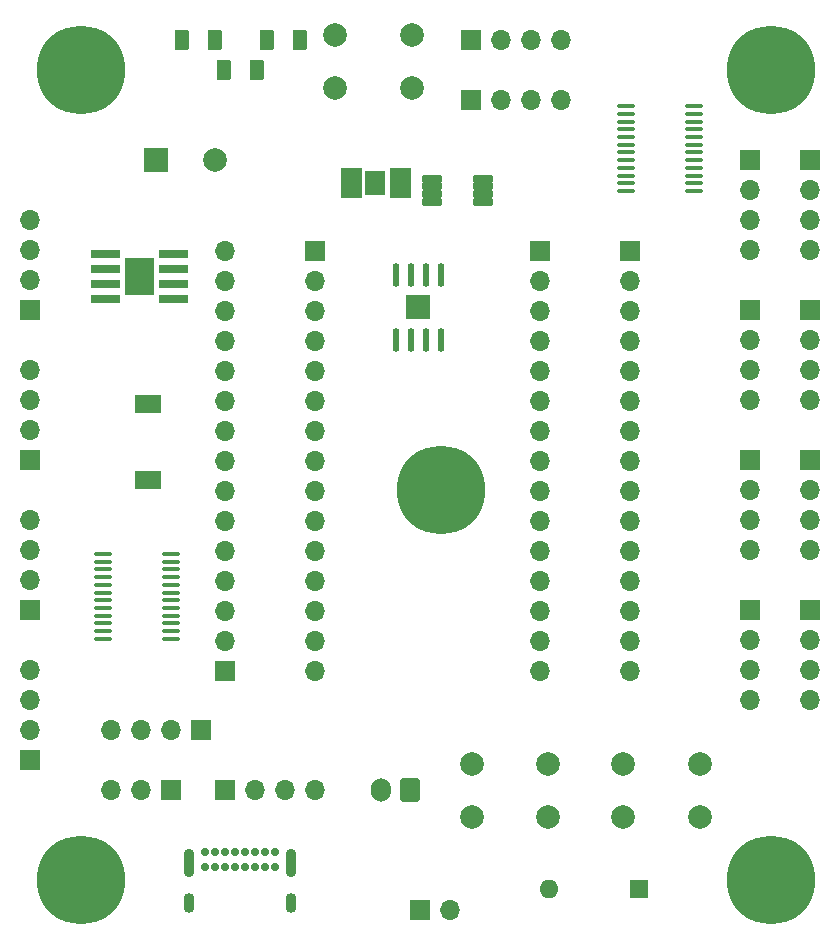
<source format=gbr>
%TF.GenerationSoftware,KiCad,Pcbnew,8.0.7*%
%TF.CreationDate,2025-01-25T22:31:14-05:00*%
%TF.ProjectId,shadow,73686164-6f77-42e6-9b69-6361645f7063,rev?*%
%TF.SameCoordinates,Original*%
%TF.FileFunction,Soldermask,Top*%
%TF.FilePolarity,Negative*%
%FSLAX46Y46*%
G04 Gerber Fmt 4.6, Leading zero omitted, Abs format (unit mm)*
G04 Created by KiCad (PCBNEW 8.0.7) date 2025-01-25 22:31:14*
%MOMM*%
%LPD*%
G01*
G04 APERTURE LIST*
G04 Aperture macros list*
%AMRoundRect*
0 Rectangle with rounded corners*
0 $1 Rounding radius*
0 $2 $3 $4 $5 $6 $7 $8 $9 X,Y pos of 4 corners*
0 Add a 4 corners polygon primitive as box body*
4,1,4,$2,$3,$4,$5,$6,$7,$8,$9,$2,$3,0*
0 Add four circle primitives for the rounded corners*
1,1,$1+$1,$2,$3*
1,1,$1+$1,$4,$5*
1,1,$1+$1,$6,$7*
1,1,$1+$1,$8,$9*
0 Add four rect primitives between the rounded corners*
20,1,$1+$1,$2,$3,$4,$5,0*
20,1,$1+$1,$4,$5,$6,$7,0*
20,1,$1+$1,$6,$7,$8,$9,0*
20,1,$1+$1,$8,$9,$2,$3,0*%
G04 Aperture macros list end*
%ADD10C,0.010000*%
%ADD11RoundRect,0.250000X-0.375000X-0.625000X0.375000X-0.625000X0.375000X0.625000X-0.375000X0.625000X0*%
%ADD12R,1.700000X1.700000*%
%ADD13O,1.700000X1.700000*%
%ADD14RoundRect,0.250000X0.600000X0.750000X-0.600000X0.750000X-0.600000X-0.750000X0.600000X-0.750000X0*%
%ADD15O,1.700000X2.000000*%
%ADD16R,2.200000X1.500000*%
%ADD17O,0.574000X2.038000*%
%ADD18R,2.000000X2.000000*%
%ADD19C,2.000000*%
%ADD20RoundRect,0.100000X-0.637500X-0.100000X0.637500X-0.100000X0.637500X0.100000X-0.637500X0.100000X0*%
%ADD21C,7.500000*%
%ADD22RoundRect,0.102000X-0.785000X-0.940000X0.785000X-0.940000X0.785000X0.940000X-0.785000X0.940000X0*%
%ADD23R,1.600000X1.600000*%
%ADD24O,1.600000X1.600000*%
%ADD25C,0.700000*%
%ADD26O,0.900000X2.400000*%
%ADD27O,0.900000X1.700000*%
%ADD28RoundRect,0.085500X-0.751500X-0.256500X0.751500X-0.256500X0.751500X0.256500X-0.751500X0.256500X0*%
G04 APERTURE END LIST*
D10*
%TO.C,U3*%
X127840000Y-62065000D02*
X126140000Y-62065000D01*
X126140000Y-61665000D01*
X127840000Y-61665000D01*
X127840000Y-62065000D01*
G36*
X127840000Y-62065000D02*
G01*
X126140000Y-62065000D01*
X126140000Y-61665000D01*
X127840000Y-61665000D01*
X127840000Y-62065000D01*
G37*
X127840000Y-62565000D02*
X126140000Y-62565000D01*
X126140000Y-62165000D01*
X127840000Y-62165000D01*
X127840000Y-62565000D01*
G36*
X127840000Y-62565000D02*
G01*
X126140000Y-62565000D01*
X126140000Y-62165000D01*
X127840000Y-62165000D01*
X127840000Y-62565000D01*
G37*
X127840000Y-63065000D02*
X126140000Y-63065000D01*
X126140000Y-62665000D01*
X127840000Y-62665000D01*
X127840000Y-63065000D01*
G36*
X127840000Y-63065000D02*
G01*
X126140000Y-63065000D01*
X126140000Y-62665000D01*
X127840000Y-62665000D01*
X127840000Y-63065000D01*
G37*
X127840000Y-63565000D02*
X126140000Y-63565000D01*
X126140000Y-63165000D01*
X127840000Y-63165000D01*
X127840000Y-63565000D01*
G36*
X127840000Y-63565000D02*
G01*
X126140000Y-63565000D01*
X126140000Y-63165000D01*
X127840000Y-63165000D01*
X127840000Y-63565000D01*
G37*
X127840000Y-64065000D02*
X126140000Y-64065000D01*
X126140000Y-63665000D01*
X127840000Y-63665000D01*
X127840000Y-64065000D01*
G36*
X127840000Y-64065000D02*
G01*
X126140000Y-64065000D01*
X126140000Y-63665000D01*
X127840000Y-63665000D01*
X127840000Y-64065000D01*
G37*
X132040000Y-62065000D02*
X130340000Y-62065000D01*
X130340000Y-61665000D01*
X132040000Y-61665000D01*
X132040000Y-62065000D01*
G36*
X132040000Y-62065000D02*
G01*
X130340000Y-62065000D01*
X130340000Y-61665000D01*
X132040000Y-61665000D01*
X132040000Y-62065000D01*
G37*
X132040000Y-62565000D02*
X130340000Y-62565000D01*
X130340000Y-62165000D01*
X132040000Y-62165000D01*
X132040000Y-62565000D01*
G36*
X132040000Y-62565000D02*
G01*
X130340000Y-62565000D01*
X130340000Y-62165000D01*
X132040000Y-62165000D01*
X132040000Y-62565000D01*
G37*
X132040000Y-63065000D02*
X130340000Y-63065000D01*
X130340000Y-62665000D01*
X132040000Y-62665000D01*
X132040000Y-63065000D01*
G36*
X132040000Y-63065000D02*
G01*
X130340000Y-63065000D01*
X130340000Y-62665000D01*
X132040000Y-62665000D01*
X132040000Y-63065000D01*
G37*
X132040000Y-63565000D02*
X130340000Y-63565000D01*
X130340000Y-63165000D01*
X132040000Y-63165000D01*
X132040000Y-63565000D01*
G36*
X132040000Y-63565000D02*
G01*
X130340000Y-63565000D01*
X130340000Y-63165000D01*
X132040000Y-63165000D01*
X132040000Y-63565000D01*
G37*
X132040000Y-64065000D02*
X130340000Y-64065000D01*
X130340000Y-63665000D01*
X132040000Y-63665000D01*
X132040000Y-64065000D01*
G36*
X132040000Y-64065000D02*
G01*
X130340000Y-64065000D01*
X130340000Y-63665000D01*
X132040000Y-63665000D01*
X132040000Y-64065000D01*
G37*
%TO.C,U5*%
X107383200Y-69179400D02*
X105043200Y-69179400D01*
X105043200Y-68539400D01*
X107383200Y-68539400D01*
X107383200Y-69179400D01*
G36*
X107383200Y-69179400D02*
G01*
X105043200Y-69179400D01*
X105043200Y-68539400D01*
X107383200Y-68539400D01*
X107383200Y-69179400D01*
G37*
X107383200Y-70449400D02*
X105043200Y-70449400D01*
X105043200Y-69809400D01*
X107383200Y-69809400D01*
X107383200Y-70449400D01*
G36*
X107383200Y-70449400D02*
G01*
X105043200Y-70449400D01*
X105043200Y-69809400D01*
X107383200Y-69809400D01*
X107383200Y-70449400D01*
G37*
X107383200Y-71719400D02*
X105043200Y-71719400D01*
X105043200Y-71079400D01*
X107383200Y-71079400D01*
X107383200Y-71719400D01*
G36*
X107383200Y-71719400D02*
G01*
X105043200Y-71719400D01*
X105043200Y-71079400D01*
X107383200Y-71079400D01*
X107383200Y-71719400D01*
G37*
X107383200Y-72989400D02*
X105043200Y-72989400D01*
X105043200Y-72349400D01*
X107383200Y-72349400D01*
X107383200Y-72989400D01*
G36*
X107383200Y-72989400D02*
G01*
X105043200Y-72989400D01*
X105043200Y-72349400D01*
X107383200Y-72349400D01*
X107383200Y-72989400D01*
G37*
X110288200Y-72314400D02*
X107888200Y-72314400D01*
X107888200Y-69214400D01*
X110288200Y-69214400D01*
X110288200Y-72314400D01*
G36*
X110288200Y-72314400D02*
G01*
X107888200Y-72314400D01*
X107888200Y-69214400D01*
X110288200Y-69214400D01*
X110288200Y-72314400D01*
G37*
X113133200Y-69179400D02*
X110793200Y-69179400D01*
X110793200Y-68539400D01*
X113133200Y-68539400D01*
X113133200Y-69179400D01*
G36*
X113133200Y-69179400D02*
G01*
X110793200Y-69179400D01*
X110793200Y-68539400D01*
X113133200Y-68539400D01*
X113133200Y-69179400D01*
G37*
X113133200Y-70449400D02*
X110793200Y-70449400D01*
X110793200Y-69809400D01*
X113133200Y-69809400D01*
X113133200Y-70449400D01*
G36*
X113133200Y-70449400D02*
G01*
X110793200Y-70449400D01*
X110793200Y-69809400D01*
X113133200Y-69809400D01*
X113133200Y-70449400D01*
G37*
X113133200Y-71719400D02*
X110793200Y-71719400D01*
X110793200Y-71079400D01*
X113133200Y-71079400D01*
X113133200Y-71719400D01*
G36*
X113133200Y-71719400D02*
G01*
X110793200Y-71719400D01*
X110793200Y-71079400D01*
X113133200Y-71079400D01*
X113133200Y-71719400D01*
G37*
X113133200Y-72989400D02*
X110793200Y-72989400D01*
X110793200Y-72349400D01*
X113133200Y-72349400D01*
X113133200Y-72989400D01*
G36*
X113133200Y-72989400D02*
G01*
X110793200Y-72989400D01*
X110793200Y-72349400D01*
X113133200Y-72349400D01*
X113133200Y-72989400D01*
G37*
%TD*%
D11*
%TO.C,PG1*%
X112687000Y-50800000D03*
X115487000Y-50800000D03*
%TD*%
D12*
%TO.C,I2C_PINOUT7*%
X165862000Y-99060000D03*
D13*
X165862000Y-101600000D03*
X165862000Y-104140000D03*
X165862000Y-106680000D03*
%TD*%
D12*
%TO.C,I2C_PINOUT9*%
X99847000Y-86360000D03*
D13*
X99847000Y-83820000D03*
X99847000Y-81280000D03*
X99847000Y-78740000D03*
%TD*%
D14*
%TO.C,BATT_JST1*%
X132040000Y-114300000D03*
D15*
X129540000Y-114300000D03*
%TD*%
D12*
%TO.C,I2C_PINOUT10*%
X99847000Y-99060000D03*
D13*
X99847000Y-96520000D03*
X99847000Y-93980000D03*
X99847000Y-91440000D03*
%TD*%
D12*
%TO.C,I2C_PINOUT8*%
X99847000Y-73660000D03*
D13*
X99847000Y-71120000D03*
X99847000Y-68580000D03*
X99847000Y-66040000D03*
%TD*%
D12*
%TO.C,I2C_PINOUT0*%
X160782000Y-60960000D03*
D13*
X160782000Y-63500000D03*
X160782000Y-66040000D03*
X160782000Y-68580000D03*
%TD*%
D12*
%TO.C,I2C_PINOUT12*%
X114300000Y-109220000D03*
D13*
X111760000Y-109220000D03*
X109220000Y-109220000D03*
X106680000Y-109220000D03*
%TD*%
D16*
%TO.C,L1*%
X109829600Y-88010600D03*
X109829600Y-81610600D03*
%TD*%
D12*
%TO.C,UART1*%
X111760000Y-114300000D03*
D13*
X109220000Y-114300000D03*
X106680000Y-114300000D03*
%TD*%
D12*
%TO.C,I2C_PINOUT2*%
X160782000Y-86360000D03*
D13*
X160782000Y-88900000D03*
X160782000Y-91440000D03*
X160782000Y-93980000D03*
%TD*%
D17*
%TO.C,IC2*%
X130810000Y-76200000D03*
X132080000Y-76200000D03*
X133350000Y-76200000D03*
X134620000Y-76200000D03*
X134620000Y-70662000D03*
X133350000Y-70662000D03*
X132080000Y-70662000D03*
X130810000Y-70662000D03*
D18*
X132715000Y-73431000D03*
%TD*%
D19*
%TO.C,SW2*%
X150087000Y-112050000D03*
X156587000Y-112050000D03*
X150087000Y-116550000D03*
X156587000Y-116550000D03*
%TD*%
D20*
%TO.C,U2*%
X150324500Y-56410000D03*
X150324500Y-57060000D03*
X150324500Y-57710000D03*
X150324500Y-58360000D03*
X150324500Y-59010000D03*
X150324500Y-59660000D03*
X150324500Y-60310000D03*
X150324500Y-60960000D03*
X150324500Y-61610000D03*
X150324500Y-62260000D03*
X150324500Y-62910000D03*
X150324500Y-63560000D03*
X156049500Y-63560000D03*
X156049500Y-62910000D03*
X156049500Y-62260000D03*
X156049500Y-61610000D03*
X156049500Y-60960000D03*
X156049500Y-60310000D03*
X156049500Y-59660000D03*
X156049500Y-59010000D03*
X156049500Y-58360000D03*
X156049500Y-57710000D03*
X156049500Y-57060000D03*
X156049500Y-56410000D03*
%TD*%
D12*
%TO.C,PICO_R1*%
X143027000Y-68610000D03*
D13*
X143027000Y-71150000D03*
X143027000Y-73690000D03*
X143027000Y-76230000D03*
X143027000Y-78770000D03*
X143027000Y-81310000D03*
X143027000Y-83850000D03*
X143027000Y-86390000D03*
X143027000Y-88930000D03*
X143027000Y-91470000D03*
X143027000Y-94010000D03*
X143027000Y-96550000D03*
X143027000Y-99090000D03*
X143027000Y-101630000D03*
X143027000Y-104170000D03*
%TD*%
D19*
%TO.C,RST_SW1*%
X125680000Y-50328000D03*
X132180000Y-50328000D03*
X125680000Y-54828000D03*
X132180000Y-54828000D03*
%TD*%
D21*
%TO.C,H4*%
X104140000Y-121920000D03*
%TD*%
D12*
%TO.C,OLED_CONN1*%
X116367000Y-114300000D03*
D13*
X118907000Y-114300000D03*
X121447000Y-114300000D03*
X123987000Y-114300000D03*
%TD*%
D21*
%TO.C,H5*%
X162560000Y-121920000D03*
%TD*%
D20*
%TO.C,U1*%
X106052700Y-94316600D03*
X106052700Y-94966600D03*
X106052700Y-95616600D03*
X106052700Y-96266600D03*
X106052700Y-96916600D03*
X106052700Y-97566600D03*
X106052700Y-98216600D03*
X106052700Y-98866600D03*
X106052700Y-99516600D03*
X106052700Y-100166600D03*
X106052700Y-100816600D03*
X106052700Y-101466600D03*
X111777700Y-101466600D03*
X111777700Y-100816600D03*
X111777700Y-100166600D03*
X111777700Y-99516600D03*
X111777700Y-98866600D03*
X111777700Y-98216600D03*
X111777700Y-97566600D03*
X111777700Y-96916600D03*
X111777700Y-96266600D03*
X111777700Y-95616600D03*
X111777700Y-94966600D03*
X111777700Y-94316600D03*
%TD*%
D12*
%TO.C,I2C_PINOUT5*%
X165862000Y-73660000D03*
D13*
X165862000Y-76200000D03*
X165862000Y-78740000D03*
X165862000Y-81280000D03*
%TD*%
D12*
%TO.C,I2C_PINOUT6*%
X165862000Y-86360000D03*
D13*
X165862000Y-88900000D03*
X165862000Y-91440000D03*
X165862000Y-93980000D03*
%TD*%
D22*
%TO.C,U3*%
X129090000Y-62865000D03*
%TD*%
D12*
%TO.C,MOTOR_CONN1*%
X132867000Y-124460000D03*
D13*
X135407000Y-124460000D03*
%TD*%
D19*
%TO.C,SW1*%
X137237000Y-112050000D03*
X143737000Y-112050000D03*
X137237000Y-116550000D03*
X143737000Y-116550000D03*
%TD*%
D21*
%TO.C,H1*%
X104140000Y-53340000D03*
%TD*%
D12*
%TO.C,US1*%
X137160000Y-55855000D03*
D13*
X139700000Y-55855000D03*
X142240000Y-55855000D03*
X144780000Y-55855000D03*
%TD*%
D23*
%TO.C,SW3*%
X151384000Y-122682000D03*
D24*
X143764000Y-122682000D03*
%TD*%
D25*
%TO.C,J1*%
X114627000Y-119495200D03*
X115477000Y-119495200D03*
X116327000Y-119495200D03*
X117177000Y-119495200D03*
X118027000Y-119495200D03*
X118877000Y-119495200D03*
X119727000Y-119495200D03*
X120577000Y-119495200D03*
X120577000Y-120845200D03*
X119727000Y-120845200D03*
X118877000Y-120845200D03*
X118027000Y-120845200D03*
X117177000Y-120845200D03*
X116327000Y-120845200D03*
X115477000Y-120845200D03*
X114627000Y-120845200D03*
D26*
X113277000Y-120475200D03*
D27*
X113277000Y-123855200D03*
D26*
X121927000Y-120475200D03*
D27*
X121927000Y-123855200D03*
%TD*%
D12*
%TO.C,GPIO_L1*%
X116357000Y-104170000D03*
D13*
X116357000Y-101630000D03*
X116357000Y-99090000D03*
X116357000Y-96550000D03*
X116357000Y-94010000D03*
X116357000Y-91470000D03*
X116357000Y-88930000D03*
X116357000Y-86390000D03*
X116357000Y-83850000D03*
X116357000Y-81310000D03*
X116357000Y-78770000D03*
X116357000Y-76230000D03*
X116357000Y-73690000D03*
X116357000Y-71150000D03*
X116357000Y-68610000D03*
%TD*%
D12*
%TO.C,I2C_PINOUT4*%
X165862000Y-60960000D03*
D13*
X165862000Y-63500000D03*
X165862000Y-66040000D03*
X165862000Y-68580000D03*
%TD*%
D21*
%TO.C,H3*%
X134620000Y-88900000D03*
%TD*%
D11*
%TO.C,12V1*%
X116227000Y-53340000D03*
X119027000Y-53340000D03*
%TD*%
D12*
%TO.C,I2C_PINOUT1*%
X160807000Y-73660000D03*
D13*
X160807000Y-76200000D03*
X160807000Y-78740000D03*
X160807000Y-81280000D03*
%TD*%
D12*
%TO.C,PICO_L1*%
X123977000Y-68610000D03*
D13*
X123977000Y-71150000D03*
X123977000Y-73690000D03*
X123977000Y-76230000D03*
X123977000Y-78770000D03*
X123977000Y-81310000D03*
X123977000Y-83850000D03*
X123977000Y-86390000D03*
X123977000Y-88930000D03*
X123977000Y-91470000D03*
X123977000Y-94010000D03*
X123977000Y-96550000D03*
X123977000Y-99090000D03*
X123977000Y-101630000D03*
X123977000Y-104170000D03*
%TD*%
D21*
%TO.C,H2*%
X162560000Y-53340000D03*
%TD*%
D12*
%TO.C,I2C_PINOUT11*%
X99847000Y-111760000D03*
D13*
X99847000Y-109220000D03*
X99847000Y-106680000D03*
X99847000Y-104140000D03*
%TD*%
D28*
%TO.C,U4*%
X133892000Y-62525000D03*
X133892000Y-63175000D03*
X133892000Y-63825000D03*
X133892000Y-64475000D03*
X138192000Y-64475000D03*
X138192000Y-63825000D03*
X138192000Y-63175000D03*
X138192000Y-62525000D03*
%TD*%
D12*
%TO.C,GPIO_R1*%
X150647000Y-68610000D03*
D13*
X150647000Y-71150000D03*
X150647000Y-73690000D03*
X150647000Y-76230000D03*
X150647000Y-78770000D03*
X150647000Y-81310000D03*
X150647000Y-83850000D03*
X150647000Y-86390000D03*
X150647000Y-88930000D03*
X150647000Y-91470000D03*
X150647000Y-94010000D03*
X150647000Y-96550000D03*
X150647000Y-99090000D03*
X150647000Y-101630000D03*
X150647000Y-104170000D03*
%TD*%
D11*
%TO.C,CHG1*%
X119907000Y-50800000D03*
X122707000Y-50800000D03*
%TD*%
D12*
%TO.C,I2C_PINOUT3*%
X160782000Y-99060000D03*
D13*
X160782000Y-101600000D03*
X160782000Y-104140000D03*
X160782000Y-106680000D03*
%TD*%
D12*
%TO.C,ARR1*%
X137160000Y-50800000D03*
D13*
X139700000Y-50800000D03*
X142240000Y-50800000D03*
X144780000Y-50800000D03*
%TD*%
D18*
%TO.C,C13*%
X110493800Y-60985400D03*
D19*
X115493800Y-60985400D03*
%TD*%
M02*

</source>
